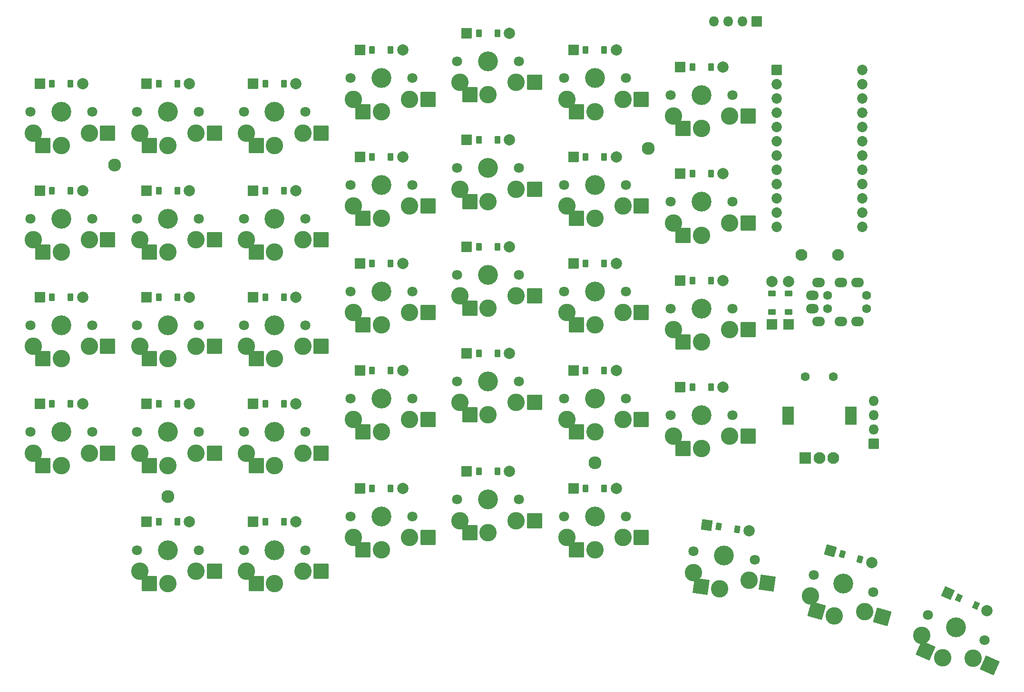
<source format=gbr>
%TF.GenerationSoftware,KiCad,Pcbnew,8.0.6*%
%TF.CreationDate,2024-11-25T22:34:03-05:00*%
%TF.ProjectId,jonkey-v2,6a6f6e6b-6579-42d7-9632-2e6b69636164,v1.0.0*%
%TF.SameCoordinates,Original*%
%TF.FileFunction,Soldermask,Top*%
%TF.FilePolarity,Negative*%
%FSLAX46Y46*%
G04 Gerber Fmt 4.6, Leading zero omitted, Abs format (unit mm)*
G04 Created by KiCad (PCBNEW 8.0.6) date 2024-11-25 22:34:03*
%MOMM*%
%LPD*%
G01*
G04 APERTURE LIST*
G04 Aperture macros list*
%AMRoundRect*
0 Rectangle with rounded corners*
0 $1 Rounding radius*
0 $2 $3 $4 $5 $6 $7 $8 $9 X,Y pos of 4 corners*
0 Add a 4 corners polygon primitive as box body*
4,1,4,$2,$3,$4,$5,$6,$7,$8,$9,$2,$3,0*
0 Add four circle primitives for the rounded corners*
1,1,$1+$1,$2,$3*
1,1,$1+$1,$4,$5*
1,1,$1+$1,$6,$7*
1,1,$1+$1,$8,$9*
0 Add four rect primitives between the rounded corners*
20,1,$1+$1,$2,$3,$4,$5,0*
20,1,$1+$1,$4,$5,$6,$7,0*
20,1,$1+$1,$6,$7,$8,$9,0*
20,1,$1+$1,$8,$9,$2,$3,0*%
G04 Aperture macros list end*
%ADD10C,2.300000*%
%ADD11C,1.801800*%
%ADD12C,3.100000*%
%ADD13C,3.529000*%
%ADD14RoundRect,0.050000X1.300000X1.300000X-1.300000X1.300000X-1.300000X-1.300000X1.300000X-1.300000X0*%
%ADD15RoundRect,0.050000X-0.889000X-0.889000X0.889000X-0.889000X0.889000X0.889000X-0.889000X0.889000X0*%
%ADD16RoundRect,0.050000X-0.450000X-0.600000X0.450000X-0.600000X0.450000X0.600000X-0.450000X0.600000X0*%
%ADD17C,2.005000*%
%ADD18RoundRect,0.050000X0.600000X-0.450000X0.600000X0.450000X-0.600000X0.450000X-0.600000X-0.450000X0*%
%ADD19RoundRect,0.050000X0.889000X-0.889000X0.889000X0.889000X-0.889000X0.889000X-0.889000X-0.889000X0*%
%ADD20RoundRect,0.050000X-1.004073X-0.756623X0.756623X-1.004073X1.004073X0.756623X-0.756623X1.004073X0*%
%ADD21RoundRect,0.050000X-0.529124X-0.531533X0.362117X-0.656789X0.529124X0.531533X-0.362117X0.656789X0*%
%ADD22RoundRect,0.050000X1.607969X0.891312X-0.891312X1.607969X-1.607969X-0.891312X0.891312X-1.607969X0*%
%ADD23RoundRect,0.050000X-0.850000X-0.850000X0.850000X-0.850000X0.850000X0.850000X-0.850000X0.850000X0*%
%ADD24O,1.800000X1.800000*%
%ADD25RoundRect,0.050000X-1.099603X-0.609520X0.609520X-1.099603X1.099603X0.609520X-0.609520X1.099603X0*%
%ADD26RoundRect,0.050000X-0.597950X-0.452720X0.267185X-0.700794X0.597950X0.452720X-0.267185X0.700794X0*%
%ADD27RoundRect,0.050000X1.468274X1.106423X-1.106423X1.468274X-1.468274X-1.106423X1.106423X-1.468274X0*%
%ADD28C,1.600000*%
%ADD29O,2.300000X1.700000*%
%ADD30RoundRect,0.050000X-1.173731X-0.450553X0.450553X-1.173731X1.173731X0.450553X-0.450553X1.173731X0*%
%ADD31RoundRect,0.050000X-0.655137X-0.365096X0.167053X-0.731159X0.655137X0.365096X-0.167053X0.731159X0*%
%ADD32C,2.100000*%
%ADD33RoundRect,0.050000X1.716367X0.658851X-0.658851X1.716367X-1.716367X-0.658851X0.658851X-1.716367X0*%
%ADD34RoundRect,0.050000X-0.876300X0.876300X-0.876300X-0.876300X0.876300X-0.876300X0.876300X0.876300X0*%
%ADD35C,1.852600*%
%ADD36RoundRect,0.050000X-0.850000X0.850000X-0.850000X-0.850000X0.850000X-0.850000X0.850000X0.850000X0*%
%ADD37RoundRect,0.050000X1.000000X-1.600000X1.000000X1.600000X-1.000000X1.600000X-1.000000X-1.600000X0*%
%ADD38RoundRect,0.050000X1.000000X-1.000000X1.000000X1.000000X-1.000000X1.000000X-1.000000X-1.000000X0*%
G04 APERTURE END LIST*
D10*
%TO.C,MH4*%
X202500000Y-159000000D03*
%TD*%
D11*
%TO.C,S26*%
X208000000Y-147500000D03*
D12*
X207500000Y-151250000D03*
X202500000Y-153450000D03*
X202500000Y-153450000D03*
D13*
X202500000Y-147500000D03*
D12*
X197500000Y-151250000D03*
D11*
X197000000Y-147500000D03*
D14*
X199225000Y-153450000D03*
X210775000Y-151250000D03*
%TD*%
D15*
%TO.C,D8*%
X122690000Y-110500000D03*
D16*
X124850000Y-110500000D03*
X128150000Y-110500000D03*
D17*
X130310000Y-110500000D03*
%TD*%
D11*
%TO.C,S33*%
X227000000Y-93500000D03*
D12*
X226500000Y-97250000D03*
X221500000Y-99450000D03*
X221500000Y-99450000D03*
D13*
X221500000Y-93500000D03*
D12*
X216500000Y-97250000D03*
D11*
X216000000Y-93500000D03*
D14*
X218225000Y-99450000D03*
X229775000Y-97250000D03*
%TD*%
D11*
%TO.C,S30*%
X227000000Y-150500000D03*
D12*
X226500000Y-154250000D03*
X221500000Y-156450000D03*
X221500000Y-156450000D03*
D13*
X221500000Y-150500000D03*
D12*
X216500000Y-154250000D03*
D11*
X216000000Y-150500000D03*
D14*
X218225000Y-156450000D03*
X229775000Y-154250000D03*
%TD*%
D11*
%TO.C,S4*%
X113000000Y-96500000D03*
D12*
X112500000Y-100250000D03*
X107500000Y-102450000D03*
X107500000Y-102450000D03*
D13*
X107500000Y-96500000D03*
D12*
X102500000Y-100250000D03*
D11*
X102000000Y-96500000D03*
D14*
X104225000Y-102450000D03*
X115775000Y-100250000D03*
%TD*%
D15*
%TO.C,D5*%
X122690000Y-169500000D03*
D16*
X124850000Y-169500000D03*
X128150000Y-169500000D03*
D17*
X130310000Y-169500000D03*
%TD*%
D11*
%TO.C,S25*%
X208000000Y-168500000D03*
D12*
X207500000Y-172250000D03*
X202500000Y-174450000D03*
X202500000Y-174450000D03*
D13*
X202500000Y-168500000D03*
D12*
X197500000Y-172250000D03*
D11*
X197000000Y-168500000D03*
D14*
X199225000Y-174450000D03*
X210775000Y-172250000D03*
%TD*%
D17*
%TO.C,R11*%
X234000000Y-126690000D03*
D18*
X234000000Y-128850000D03*
X234000000Y-132150000D03*
D19*
X234000000Y-134310000D03*
%TD*%
D15*
%TO.C,D17*%
X160690000Y-123500000D03*
D16*
X162850000Y-123500000D03*
X166150000Y-123500000D03*
D17*
X168310000Y-123500000D03*
%TD*%
D11*
%TO.C,S3*%
X113000000Y-115500000D03*
D12*
X112500000Y-119250000D03*
X107500000Y-121450000D03*
X107500000Y-121450000D03*
D13*
X107500000Y-115500000D03*
D12*
X102500000Y-119250000D03*
D11*
X102000000Y-115500000D03*
D14*
X104225000Y-121450000D03*
X115775000Y-119250000D03*
%TD*%
D20*
%TO.C,D34*%
X222422945Y-170018409D03*
D21*
X224561924Y-170319024D03*
X227829808Y-170778296D03*
D17*
X229968787Y-171078911D03*
%TD*%
D11*
%TO.C,S23*%
X189000000Y-106500000D03*
D12*
X188500000Y-110250000D03*
X183500000Y-112450000D03*
X183500000Y-112450000D03*
D13*
X183500000Y-106500000D03*
D12*
X178500000Y-110250000D03*
D11*
X178000000Y-106500000D03*
D14*
X180225000Y-112450000D03*
X191775000Y-110250000D03*
%TD*%
D15*
%TO.C,D6*%
X122690000Y-148500000D03*
D16*
X124850000Y-148500000D03*
X128150000Y-148500000D03*
D17*
X130310000Y-148500000D03*
%TD*%
D11*
%TO.C,S11*%
X151000000Y-153500000D03*
D12*
X150500000Y-157250000D03*
X145500000Y-159450000D03*
X145500000Y-159450000D03*
D13*
X145500000Y-153500000D03*
D12*
X140500000Y-157250000D03*
D11*
X140000000Y-153500000D03*
D14*
X142225000Y-159450000D03*
X153775000Y-157250000D03*
%TD*%
D11*
%TO.C,S6*%
X132000000Y-153500000D03*
D12*
X131500000Y-157250000D03*
X126500000Y-159450000D03*
X126500000Y-159450000D03*
D13*
X126500000Y-153500000D03*
D12*
X121500000Y-157250000D03*
D11*
X121000000Y-153500000D03*
D14*
X123225000Y-159450000D03*
X134775000Y-157250000D03*
%TD*%
D11*
%TO.C,S24*%
X189000000Y-87500000D03*
D12*
X188500000Y-91250000D03*
X183500000Y-93450000D03*
X183500000Y-93450000D03*
D13*
X183500000Y-87500000D03*
D12*
X178500000Y-91250000D03*
D11*
X178000000Y-87500000D03*
D14*
X180225000Y-93450000D03*
X191775000Y-91250000D03*
%TD*%
D15*
%TO.C,D1*%
X103690000Y-148500000D03*
D16*
X105850000Y-148500000D03*
X109150000Y-148500000D03*
D17*
X111310000Y-148500000D03*
%TD*%
D15*
%TO.C,D7*%
X122690000Y-129500000D03*
D16*
X124850000Y-129500000D03*
X128150000Y-129500000D03*
D17*
X130310000Y-129500000D03*
%TD*%
D11*
%TO.C,S10*%
X151000000Y-174500000D03*
D12*
X150500000Y-178250000D03*
X145500000Y-180450000D03*
X145500000Y-180450000D03*
D13*
X145500000Y-174500000D03*
D12*
X140500000Y-178250000D03*
D11*
X140000000Y-174500000D03*
D14*
X142225000Y-180450000D03*
X153775000Y-178250000D03*
%TD*%
D15*
%TO.C,D18*%
X160690000Y-104500000D03*
D16*
X162850000Y-104500000D03*
X166150000Y-104500000D03*
D17*
X168310000Y-104500000D03*
%TD*%
D10*
%TO.C,MH2*%
X212000000Y-103000000D03*
%TD*%
D11*
%TO.C,S1*%
X113000000Y-153500000D03*
D12*
X112500000Y-157250000D03*
X107500000Y-159450000D03*
X107500000Y-159450000D03*
D13*
X107500000Y-153500000D03*
D12*
X102500000Y-157250000D03*
D11*
X102000000Y-153500000D03*
D14*
X104225000Y-159450000D03*
X115775000Y-157250000D03*
%TD*%
D11*
%TO.C,S20*%
X189000000Y-165500000D03*
D12*
X188500000Y-169250000D03*
X183500000Y-171450000D03*
X183500000Y-171450000D03*
D13*
X183500000Y-165500000D03*
D12*
X178500000Y-169250000D03*
D11*
X178000000Y-165500000D03*
D14*
X180225000Y-171450000D03*
X191775000Y-169250000D03*
%TD*%
D11*
%TO.C,S12*%
X151000000Y-134500000D03*
D12*
X150500000Y-138250000D03*
X145500000Y-140450000D03*
X145500000Y-140450000D03*
D13*
X145500000Y-134500000D03*
D12*
X140500000Y-138250000D03*
D11*
X140000000Y-134500000D03*
D14*
X142225000Y-140450000D03*
X153775000Y-138250000D03*
%TD*%
D11*
%TO.C,S29*%
X208000000Y-90500000D03*
D12*
X207500000Y-94250000D03*
X202500000Y-96450000D03*
X202500000Y-96450000D03*
D13*
X202500000Y-90500000D03*
D12*
X197500000Y-94250000D03*
D11*
X197000000Y-90500000D03*
D14*
X199225000Y-96450000D03*
X210775000Y-94250000D03*
%TD*%
D11*
%TO.C,S17*%
X170000000Y-128500000D03*
D12*
X169500000Y-132250000D03*
X164500000Y-134450000D03*
X164500000Y-134450000D03*
D13*
X164500000Y-128500000D03*
D12*
X159500000Y-132250000D03*
D11*
X159000000Y-128500000D03*
D14*
X161225000Y-134450000D03*
X172775000Y-132250000D03*
%TD*%
D15*
%TO.C,D4*%
X103690000Y-91500000D03*
D16*
X105850000Y-91500000D03*
X109150000Y-91500000D03*
D17*
X111310000Y-91500000D03*
%TD*%
D11*
%TO.C,S35*%
X252021562Y-182000337D03*
D12*
X250507291Y-185467250D03*
X245094581Y-186203839D03*
X245094581Y-186203839D03*
D13*
X246734623Y-180484332D03*
D12*
X240894674Y-182710878D03*
D11*
X241447684Y-178968327D03*
D22*
X241946449Y-185301127D03*
X253655422Y-186369962D03*
%TD*%
D11*
%TO.C,S2*%
X113000000Y-134500000D03*
D12*
X112500000Y-138250000D03*
X107500000Y-140450000D03*
X107500000Y-140450000D03*
D13*
X107500000Y-134500000D03*
D12*
X102500000Y-138250000D03*
D11*
X102000000Y-134500000D03*
D14*
X104225000Y-140450000D03*
X115775000Y-138250000D03*
%TD*%
D15*
%TO.C,D32*%
X217690000Y-107500000D03*
D16*
X219850000Y-107500000D03*
X223150000Y-107500000D03*
D17*
X225310000Y-107500000D03*
%TD*%
D15*
%TO.C,D33*%
X217690000Y-88500000D03*
D16*
X219850000Y-88500000D03*
X223150000Y-88500000D03*
D17*
X225310000Y-88500000D03*
%TD*%
D11*
%TO.C,S5*%
X132000000Y-174500000D03*
D12*
X131500000Y-178250000D03*
X126500000Y-180450000D03*
X126500000Y-180450000D03*
D13*
X126500000Y-174500000D03*
D12*
X121500000Y-178250000D03*
D11*
X121000000Y-174500000D03*
D14*
X123225000Y-180450000D03*
X134775000Y-178250000D03*
%TD*%
D15*
%TO.C,D2*%
X103690000Y-129500000D03*
D16*
X105850000Y-129500000D03*
X109150000Y-129500000D03*
D17*
X111310000Y-129500000D03*
%TD*%
D11*
%TO.C,S22*%
X189000000Y-125500000D03*
D12*
X188500000Y-129250000D03*
X183500000Y-131450000D03*
X183500000Y-131450000D03*
D13*
X183500000Y-125500000D03*
D12*
X178500000Y-129250000D03*
D11*
X178000000Y-125500000D03*
D14*
X180225000Y-131450000D03*
X191775000Y-129250000D03*
%TD*%
D11*
%TO.C,S28*%
X208000000Y-109500000D03*
D12*
X207500000Y-113250000D03*
X202500000Y-115450000D03*
X202500000Y-115450000D03*
D13*
X202500000Y-109500000D03*
D12*
X197500000Y-113250000D03*
D11*
X197000000Y-109500000D03*
D14*
X199225000Y-115450000D03*
X210775000Y-113250000D03*
%TD*%
D11*
%TO.C,S27*%
X208000000Y-128500000D03*
D12*
X207500000Y-132250000D03*
X202500000Y-134450000D03*
X202500000Y-134450000D03*
D13*
X202500000Y-128500000D03*
D12*
X197500000Y-132250000D03*
D11*
X197000000Y-128500000D03*
D14*
X199225000Y-134450000D03*
X210775000Y-132250000D03*
%TD*%
D15*
%TO.C,D3*%
X103690000Y-110500000D03*
D16*
X105850000Y-110500000D03*
X109150000Y-110500000D03*
D17*
X111310000Y-110500000D03*
%TD*%
D15*
%TO.C,D25*%
X198690000Y-163500000D03*
D16*
X200850000Y-163500000D03*
X204150000Y-163500000D03*
D17*
X206310000Y-163500000D03*
%TD*%
D11*
%TO.C,S19*%
X170000000Y-90500000D03*
D12*
X169500000Y-94250000D03*
X164500000Y-96450000D03*
X164500000Y-96450000D03*
D13*
X164500000Y-90500000D03*
D12*
X159500000Y-94250000D03*
D11*
X159000000Y-90500000D03*
D14*
X161225000Y-96450000D03*
X172775000Y-94250000D03*
%TD*%
D10*
%TO.C,MH1*%
X117000000Y-106000000D03*
%TD*%
D15*
%TO.C,D28*%
X198690000Y-104500000D03*
D16*
X200850000Y-104500000D03*
X204150000Y-104500000D03*
D17*
X206310000Y-104500000D03*
%TD*%
D15*
%TO.C,D12*%
X141690000Y-129500000D03*
D16*
X143850000Y-129500000D03*
X147150000Y-129500000D03*
D17*
X149310000Y-129500000D03*
%TD*%
D15*
%TO.C,D24*%
X179690000Y-82500000D03*
D16*
X181850000Y-82500000D03*
X185150000Y-82500000D03*
D17*
X187310000Y-82500000D03*
%TD*%
D15*
%TO.C,D31*%
X217690000Y-126500000D03*
D16*
X219850000Y-126500000D03*
X223150000Y-126500000D03*
D17*
X225310000Y-126500000D03*
%TD*%
D23*
%TO.C,SERIAL1*%
X231300000Y-80400000D03*
D24*
X228760000Y-80400000D03*
X226220000Y-80400000D03*
X223680000Y-80400000D03*
%TD*%
D11*
%TO.C,S13*%
X151000000Y-115500000D03*
D12*
X150500000Y-119250000D03*
X145500000Y-121450000D03*
X145500000Y-121450000D03*
D13*
X145500000Y-115500000D03*
D12*
X140500000Y-119250000D03*
D11*
X140000000Y-115500000D03*
D14*
X142225000Y-121450000D03*
X153775000Y-119250000D03*
%TD*%
D11*
%TO.C,S15*%
X170000000Y-168500000D03*
D12*
X169500000Y-172250000D03*
X164500000Y-174450000D03*
X164500000Y-174450000D03*
D13*
X164500000Y-168500000D03*
D12*
X159500000Y-172250000D03*
D11*
X159000000Y-168500000D03*
D14*
X161225000Y-174450000D03*
X172775000Y-172250000D03*
%TD*%
D25*
%TO.C,D35*%
X244450403Y-174627845D03*
D26*
X246526728Y-175223221D03*
X249698892Y-176132825D03*
D17*
X251775217Y-176728201D03*
%TD*%
D15*
%TO.C,D10*%
X141690000Y-169500000D03*
D16*
X143850000Y-169500000D03*
X147150000Y-169500000D03*
D17*
X149310000Y-169500000D03*
%TD*%
D11*
%TO.C,S14*%
X151000000Y-96500000D03*
D12*
X150500000Y-100250000D03*
X145500000Y-102450000D03*
X145500000Y-102450000D03*
D13*
X145500000Y-96500000D03*
D12*
X140500000Y-100250000D03*
D11*
X140000000Y-96500000D03*
D14*
X142225000Y-102450000D03*
X153775000Y-100250000D03*
%TD*%
D15*
%TO.C,D27*%
X198690000Y-123500000D03*
D16*
X200850000Y-123500000D03*
X204150000Y-123500000D03*
D17*
X206310000Y-123500000D03*
%TD*%
D11*
%TO.C,S34*%
X230946474Y-176265452D03*
D12*
X229929441Y-179909371D03*
X224671920Y-181392095D03*
X224671920Y-181392095D03*
D13*
X225500000Y-175500000D03*
D12*
X220026762Y-178517640D03*
D11*
X220053526Y-174734548D03*
D27*
X221428792Y-180936303D03*
X233172569Y-180365163D03*
%TD*%
D11*
%TO.C,S21*%
X189000000Y-144500000D03*
D12*
X188500000Y-148250000D03*
X183500000Y-150450000D03*
X183500000Y-150450000D03*
D13*
X183500000Y-144500000D03*
D12*
X178500000Y-148250000D03*
D11*
X178000000Y-144500000D03*
D14*
X180225000Y-150450000D03*
X191775000Y-148250000D03*
%TD*%
D11*
%TO.C,S31*%
X227000000Y-131500000D03*
D12*
X226500000Y-135250000D03*
X221500000Y-137450000D03*
X221500000Y-137450000D03*
D13*
X221500000Y-131500000D03*
D12*
X216500000Y-135250000D03*
D11*
X216000000Y-131500000D03*
D14*
X218225000Y-137450000D03*
X229775000Y-135250000D03*
%TD*%
D11*
%TO.C,S18*%
X170000000Y-109500000D03*
D12*
X169500000Y-113250000D03*
X164500000Y-115450000D03*
X164500000Y-115450000D03*
D13*
X164500000Y-109500000D03*
D12*
X159500000Y-113250000D03*
D11*
X159000000Y-109500000D03*
D14*
X161225000Y-115450000D03*
X172775000Y-113250000D03*
%TD*%
D28*
%TO.C,TRRS1*%
X250900000Y-129200000D03*
X243900000Y-129200000D03*
X250900000Y-131500000D03*
X243900000Y-131500000D03*
D29*
X241200000Y-129200000D03*
X241200000Y-131500000D03*
X242300000Y-126900000D03*
X242300000Y-133800000D03*
X246300000Y-126900000D03*
X246300000Y-133800000D03*
X249300000Y-126900000D03*
X249300000Y-133800000D03*
%TD*%
D15*
%TO.C,D11*%
X141690000Y-148500000D03*
D16*
X143850000Y-148500000D03*
X147150000Y-148500000D03*
D17*
X149310000Y-148500000D03*
%TD*%
D11*
%TO.C,S16*%
X170000000Y-147500000D03*
D12*
X169500000Y-151250000D03*
X164500000Y-153450000D03*
X164500000Y-153450000D03*
D13*
X164500000Y-147500000D03*
D12*
X159500000Y-151250000D03*
D11*
X159000000Y-147500000D03*
D14*
X161225000Y-153450000D03*
X172775000Y-151250000D03*
%TD*%
D15*
%TO.C,D14*%
X141690000Y-91500000D03*
D16*
X143850000Y-91500000D03*
X147150000Y-91500000D03*
D17*
X149310000Y-91500000D03*
%TD*%
D15*
%TO.C,D9*%
X122690000Y-91500000D03*
D16*
X124850000Y-91500000D03*
X128150000Y-91500000D03*
D17*
X130310000Y-91500000D03*
%TD*%
D15*
%TO.C,D13*%
X141690000Y-110500000D03*
D16*
X143850000Y-110500000D03*
X147150000Y-110500000D03*
D17*
X149310000Y-110500000D03*
%TD*%
D30*
%TO.C,D36*%
X265359783Y-182162618D03*
D31*
X267333041Y-183041170D03*
X270347741Y-184383400D03*
D17*
X272320999Y-185261952D03*
%TD*%
D15*
%TO.C,D16*%
X160690000Y-142500000D03*
D16*
X162850000Y-142500000D03*
X166150000Y-142500000D03*
D17*
X168310000Y-142500000D03*
%TD*%
D32*
%TO.C,RST1*%
X245750000Y-122000000D03*
X239250000Y-122000000D03*
%TD*%
D11*
%TO.C,S9*%
X132000000Y-96500000D03*
D12*
X131500000Y-100250000D03*
X126500000Y-102450000D03*
X126500000Y-102450000D03*
D13*
X126500000Y-96500000D03*
D12*
X121500000Y-100250000D03*
D11*
X121000000Y-96500000D03*
D14*
X123225000Y-102450000D03*
X134775000Y-100250000D03*
%TD*%
D11*
%TO.C,S36*%
X271831208Y-190517064D03*
D12*
X269849173Y-193739491D03*
X264386625Y-193715607D03*
X264386625Y-193715607D03*
D13*
X266806708Y-188280012D03*
D12*
X260713718Y-189672124D03*
D11*
X261782208Y-186042960D03*
D33*
X261394764Y-192383545D03*
X272841034Y-195071553D03*
%TD*%
D15*
%TO.C,D30*%
X217690000Y-145500000D03*
D16*
X219850000Y-145500000D03*
X223150000Y-145500000D03*
D17*
X225310000Y-145500000D03*
%TD*%
D15*
%TO.C,D21*%
X179690000Y-139500000D03*
D16*
X181850000Y-139500000D03*
X185150000Y-139500000D03*
D17*
X187310000Y-139500000D03*
%TD*%
D15*
%TO.C,D26*%
X198690000Y-142500000D03*
D16*
X200850000Y-142500000D03*
X204150000Y-142500000D03*
D17*
X206310000Y-142500000D03*
%TD*%
D34*
%TO.C,MCU1*%
X234880000Y-89030000D03*
D35*
X234880000Y-91570000D03*
X234880000Y-94110000D03*
X234880000Y-96650000D03*
X234880000Y-99190000D03*
X234880000Y-101730000D03*
X234880000Y-104270000D03*
X234880000Y-106810000D03*
X234880000Y-109350000D03*
X234880000Y-111890000D03*
X234880000Y-114430000D03*
X234880000Y-116970000D03*
X250120000Y-89030000D03*
X250120000Y-91570000D03*
X250120000Y-94110000D03*
X250120000Y-96650000D03*
X250120000Y-99190000D03*
X250120000Y-101730000D03*
X250120000Y-104270000D03*
X250120000Y-106810000D03*
X250120000Y-109350000D03*
X250120000Y-111890000D03*
X250120000Y-114430000D03*
X250120000Y-116970000D03*
%TD*%
D17*
%TO.C,R21*%
X237000000Y-126690000D03*
D18*
X237000000Y-128850000D03*
X237000000Y-132150000D03*
D19*
X237000000Y-134310000D03*
%TD*%
D36*
%TO.C,OLED1*%
X252100000Y-155550000D03*
D24*
X252100000Y-153010000D03*
X252100000Y-150470000D03*
X252100000Y-147930000D03*
%TD*%
D11*
%TO.C,S32*%
X227000000Y-112500000D03*
D12*
X226500000Y-116250000D03*
X221500000Y-118450000D03*
X221500000Y-118450000D03*
D13*
X221500000Y-112500000D03*
D12*
X216500000Y-116250000D03*
D11*
X216000000Y-112500000D03*
D14*
X218225000Y-118450000D03*
X229775000Y-116250000D03*
%TD*%
D15*
%TO.C,D22*%
X179690000Y-120500000D03*
D16*
X181850000Y-120500000D03*
X185150000Y-120500000D03*
D17*
X187310000Y-120500000D03*
%TD*%
D10*
%TO.C,MH3*%
X126500000Y-165000000D03*
%TD*%
D37*
%TO.C,ROT1*%
X236860000Y-150620000D03*
X248060000Y-150620000D03*
D28*
X239960000Y-143620000D03*
X244960000Y-143620000D03*
D38*
X239960000Y-158120000D03*
D32*
X244960000Y-158120000D03*
X242460000Y-158120000D03*
%TD*%
D15*
%TO.C,D23*%
X179690000Y-101500000D03*
D16*
X181850000Y-101500000D03*
X185150000Y-101500000D03*
D17*
X187310000Y-101500000D03*
%TD*%
D11*
%TO.C,S7*%
X132000000Y-134500000D03*
D12*
X131500000Y-138250000D03*
X126500000Y-140450000D03*
X126500000Y-140450000D03*
D13*
X126500000Y-134500000D03*
D12*
X121500000Y-138250000D03*
D11*
X121000000Y-134500000D03*
D14*
X123225000Y-140450000D03*
X134775000Y-138250000D03*
%TD*%
D15*
%TO.C,D20*%
X179690000Y-160500000D03*
D16*
X181850000Y-160500000D03*
X185150000Y-160500000D03*
D17*
X187310000Y-160500000D03*
%TD*%
D15*
%TO.C,D29*%
X198690000Y-85500000D03*
D16*
X200850000Y-85500000D03*
X204150000Y-85500000D03*
D17*
X206310000Y-85500000D03*
%TD*%
D15*
%TO.C,D15*%
X160690000Y-163500000D03*
D16*
X162850000Y-163500000D03*
X166150000Y-163500000D03*
D17*
X168310000Y-163500000D03*
%TD*%
D15*
%TO.C,D19*%
X160690000Y-85500000D03*
D16*
X162850000Y-85500000D03*
X166150000Y-85500000D03*
D17*
X168310000Y-85500000D03*
%TD*%
D11*
%TO.C,S8*%
X132000000Y-115500000D03*
D12*
X131500000Y-119250000D03*
X126500000Y-121450000D03*
X126500000Y-121450000D03*
D13*
X126500000Y-115500000D03*
D12*
X121500000Y-119250000D03*
D11*
X121000000Y-115500000D03*
D14*
X123225000Y-121450000D03*
X134775000Y-119250000D03*
%TD*%
M02*

</source>
